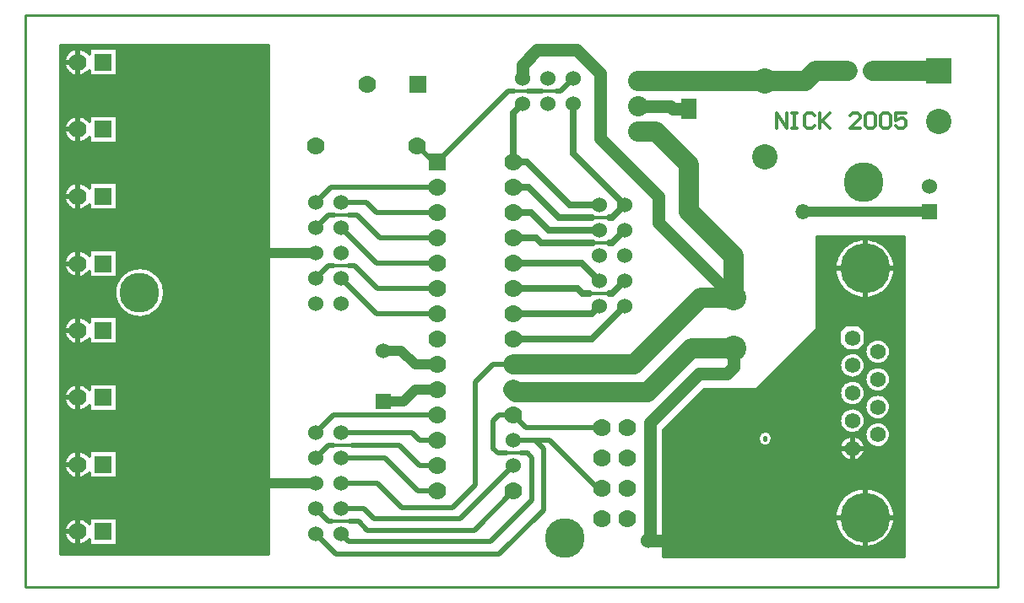
<source format=gbl>
%FSLAX23Y23*%
%MOIN*%
G70*
G01*
G75*
%ADD10C,0.012*%
%ADD11R,0.083X0.060*%
%ADD12R,0.120X0.060*%
%ADD13R,0.070X0.070*%
%ADD14O,0.080X0.024*%
%ADD15R,0.087X0.050*%
%ADD16C,0.020*%
%ADD17C,0.016*%
%ADD18C,0.018*%
%ADD19C,0.080*%
%ADD20C,0.050*%
%ADD21C,0.030*%
%ADD22C,0.040*%
%ADD23C,0.010*%
%ADD24C,0.070*%
%ADD25C,0.080*%
%ADD26C,0.100*%
%ADD27R,0.100X0.100*%
%ADD28C,0.157*%
%ADD29C,0.197*%
%ADD30C,0.062*%
%ADD31O,0.060X0.059*%
%ADD32C,0.059*%
%ADD33C,0.060*%
%ADD34R,0.060X0.060*%
%ADD35R,0.060X0.083*%
%ADD36C,0.025*%
%ADD37C,0.015*%
D10*
X11625Y7627D02*
X11624Y7637D01*
X11621Y7647D01*
X11616Y7655D01*
X11610Y7663D01*
X11602Y7669D01*
X11594Y7674D01*
X11584Y7677D01*
X11574Y7678D01*
X11564Y7677D01*
X11554Y7674D01*
X11546Y7669D01*
X11538Y7663D01*
X11532Y7655D01*
X11527Y7647D01*
X11524Y7637D01*
X11523Y7627D01*
X11524Y7617D01*
X11527Y7607D01*
X11532Y7599D01*
X11538Y7591D01*
X11546Y7585D01*
X11554Y7580D01*
X11564Y7577D01*
X11574Y7576D01*
X11584Y7577D01*
X11594Y7580D01*
X11602Y7585D01*
X11610Y7591D01*
X11616Y7599D01*
X11621Y7607D01*
X11624Y7617D01*
X11625Y7627D01*
Y7518D02*
X11624Y7528D01*
X11621Y7537D01*
X11616Y7546D01*
X11610Y7554D01*
X11602Y7560D01*
X11594Y7565D01*
X11584Y7568D01*
X11574Y7569D01*
X11564Y7568D01*
X11554Y7565D01*
X11546Y7560D01*
X11538Y7554D01*
X11532Y7546D01*
X11527Y7537D01*
X11524Y7528D01*
X11523Y7518D01*
X11524Y7508D01*
X11527Y7498D01*
X11532Y7490D01*
X11538Y7482D01*
X11546Y7475D01*
X11554Y7471D01*
X11564Y7468D01*
X11574Y7467D01*
X11584Y7468D01*
X11594Y7471D01*
X11602Y7475D01*
X11610Y7482D01*
X11616Y7490D01*
X11621Y7498D01*
X11624Y7508D01*
X11625Y7518D01*
Y7409D02*
X11624Y7419D01*
X11621Y7428D01*
X11616Y7437D01*
X11610Y7445D01*
X11602Y7451D01*
X11594Y7456D01*
X11584Y7459D01*
X11574Y7460D01*
X11564Y7459D01*
X11554Y7456D01*
X11546Y7451D01*
X11538Y7445D01*
X11532Y7437D01*
X11527Y7428D01*
X11524Y7419D01*
X11523Y7409D01*
X11524Y7399D01*
X11527Y7389D01*
X11532Y7380D01*
X11538Y7373D01*
X11546Y7366D01*
X11554Y7362D01*
X11564Y7359D01*
X11574Y7358D01*
X11584Y7359D01*
X11594Y7362D01*
X11602Y7366D01*
X11610Y7373D01*
X11616Y7380D01*
X11621Y7389D01*
X11624Y7399D01*
X11625Y7409D01*
Y7300D02*
X11624Y7309D01*
X11621Y7319D01*
X11616Y7328D01*
X11610Y7336D01*
X11602Y7342D01*
X11594Y7347D01*
X11584Y7350D01*
X11574Y7351D01*
X11564Y7350D01*
X11554Y7347D01*
X11546Y7342D01*
X11538Y7336D01*
X11532Y7328D01*
X11527Y7319D01*
X11524Y7309D01*
X11523Y7300D01*
X11524Y7290D01*
X11527Y7280D01*
X11532Y7271D01*
X11538Y7263D01*
X11546Y7257D01*
X11554Y7252D01*
X11564Y7249D01*
X11574Y7249D01*
X11584Y7249D01*
X11594Y7252D01*
X11602Y7257D01*
X11610Y7263D01*
X11616Y7271D01*
X11621Y7280D01*
X11624Y7290D01*
X11625Y7300D01*
X11642Y7956D02*
X11642Y7966D01*
X11641Y7976D01*
X11639Y7986D01*
X11636Y7996D01*
X11632Y8005D01*
X11627Y8014D01*
X11622Y8022D01*
X11616Y8031D01*
X11609Y8038D01*
X11602Y8045D01*
X11594Y8051D01*
X11586Y8057D01*
X11577Y8062D01*
X11568Y8066D01*
X11559Y8069D01*
X11549Y8072D01*
X11539Y8074D01*
X11529Y8074D01*
X11519D01*
X11509Y8074D01*
X11499Y8072D01*
X11489Y8069D01*
X11480Y8066D01*
X11471Y8062D01*
X11462Y8057D01*
X11454Y8051D01*
X11446Y8045D01*
X11439Y8038D01*
X11432Y8031D01*
X11426Y8022D01*
X11421Y8014D01*
X11416Y8005D01*
X11412Y7996D01*
X11409Y7986D01*
X11407Y7976D01*
X11406Y7966D01*
X11406Y7956D01*
X11406Y7946D01*
X11407Y7936D01*
X11409Y7926D01*
X11412Y7917D01*
X11416Y7907D01*
X11421Y7898D01*
X11426Y7890D01*
X11432Y7882D01*
X11439Y7874D01*
X11446Y7867D01*
X11454Y7861D01*
X11462Y7855D01*
X11471Y7851D01*
X11480Y7846D01*
X11489Y7843D01*
X11499Y7840D01*
X11509Y7839D01*
X11519Y7838D01*
X11529D01*
X11539Y7839D01*
X11549Y7840D01*
X11559Y7843D01*
X11568Y7846D01*
X11577Y7851D01*
X11586Y7855D01*
X11594Y7861D01*
X11602Y7867D01*
X11609Y7874D01*
X11616Y7882D01*
X11622Y7890D01*
X11627Y7898D01*
X11632Y7907D01*
X11636Y7917D01*
X11639Y7926D01*
X11641Y7936D01*
X11642Y7946D01*
X11642Y7956D01*
X11525Y7573D02*
X11524Y7583D01*
X11521Y7592D01*
X11516Y7601D01*
X11510Y7609D01*
X11502Y7615D01*
X11494Y7620D01*
X11484Y7623D01*
X11474Y7624D01*
X11464Y7623D01*
X11454Y7620D01*
X11446Y7615D01*
X11438Y7609D01*
X11432Y7601D01*
X11427Y7592D01*
X11424Y7583D01*
X11423Y7573D01*
X11424Y7563D01*
X11427Y7553D01*
X11432Y7545D01*
X11438Y7537D01*
X11446Y7530D01*
X11454Y7526D01*
X11464Y7523D01*
X11474Y7522D01*
X11484Y7523D01*
X11494Y7526D01*
X11502Y7530D01*
X11510Y7537D01*
X11516Y7545D01*
X11521Y7553D01*
X11524Y7563D01*
X11525Y7573D01*
Y7464D02*
X11524Y7474D01*
X11521Y7483D01*
X11516Y7492D01*
X11510Y7500D01*
X11502Y7506D01*
X11494Y7511D01*
X11484Y7514D01*
X11474Y7515D01*
X11464Y7514D01*
X11454Y7511D01*
X11446Y7506D01*
X11438Y7500D01*
X11432Y7492D01*
X11427Y7483D01*
X11424Y7474D01*
X11423Y7464D01*
X11424Y7454D01*
X11427Y7444D01*
X11432Y7435D01*
X11438Y7428D01*
X11446Y7421D01*
X11454Y7417D01*
X11464Y7414D01*
X11474Y7413D01*
X11484Y7414D01*
X11494Y7417D01*
X11502Y7421D01*
X11510Y7428D01*
X11516Y7435D01*
X11521Y7444D01*
X11524Y7454D01*
X11525Y7464D01*
Y7355D02*
X11524Y7364D01*
X11521Y7374D01*
X11516Y7383D01*
X11510Y7391D01*
X11502Y7397D01*
X11494Y7402D01*
X11484Y7405D01*
X11474Y7406D01*
X11464Y7405D01*
X11454Y7402D01*
X11446Y7397D01*
X11438Y7391D01*
X11432Y7383D01*
X11427Y7374D01*
X11424Y7364D01*
X11423Y7355D01*
X11424Y7345D01*
X11427Y7335D01*
X11432Y7326D01*
X11438Y7318D01*
X11446Y7312D01*
X11454Y7307D01*
X11464Y7304D01*
X11474Y7304D01*
X11484Y7304D01*
X11494Y7307D01*
X11502Y7312D01*
X11510Y7318D01*
X11516Y7326D01*
X11521Y7335D01*
X11524Y7345D01*
X11525Y7355D01*
X11158Y7286D02*
X11156Y7295D01*
X11151Y7304D01*
X11144Y7310D01*
X11135Y7313D01*
X11125D01*
X11116Y7310D01*
X11109Y7304D01*
X11104Y7295D01*
X11103Y7286D01*
X11525Y7245D02*
X11524Y7255D01*
X11521Y7265D01*
X11516Y7274D01*
X11510Y7281D01*
X11502Y7288D01*
X11494Y7292D01*
X11484Y7295D01*
X11474Y7296D01*
X11464Y7295D01*
X11454Y7292D01*
X11446Y7288D01*
X11438Y7281D01*
X11432Y7274D01*
X11427Y7265D01*
X11424Y7255D01*
X11423Y7245D01*
X11424Y7235D01*
X11427Y7226D01*
X11432Y7217D01*
X11438Y7209D01*
X11446Y7203D01*
X11454Y7198D01*
X11464Y7195D01*
X11474Y7194D01*
X11484Y7195D01*
X11494Y7198D01*
X11502Y7203D01*
X11510Y7209D01*
X11516Y7217D01*
X11521Y7226D01*
X11524Y7235D01*
X11525Y7245D01*
X11642Y6972D02*
X11642Y6982D01*
X11641Y6992D01*
X11639Y7002D01*
X11636Y7011D01*
X11632Y7021D01*
X11627Y7030D01*
X11622Y7038D01*
X11616Y7046D01*
X11609Y7054D01*
X11602Y7061D01*
X11594Y7067D01*
X11586Y7073D01*
X11577Y7078D01*
X11568Y7082D01*
X11559Y7085D01*
X11549Y7088D01*
X11539Y7089D01*
X11529Y7090D01*
X11519D01*
X11509Y7089D01*
X11499Y7088D01*
X11489Y7085D01*
X11480Y7082D01*
X11471Y7078D01*
X11462Y7073D01*
X11454Y7067D01*
X11446Y7061D01*
X11439Y7054D01*
X11432Y7046D01*
X11426Y7038D01*
X11421Y7030D01*
X11416Y7021D01*
X11412Y7011D01*
X11409Y7002D01*
X11407Y6992D01*
X11406Y6982D01*
X11406Y6972D01*
X11406Y6962D01*
X11407Y6952D01*
X11409Y6942D01*
X11412Y6933D01*
X11416Y6923D01*
X11421Y6914D01*
X11426Y6906D01*
X11432Y6898D01*
X11439Y6890D01*
X11446Y6883D01*
X11454Y6877D01*
X11462Y6871D01*
X11471Y6866D01*
X11480Y6862D01*
X11489Y6859D01*
X11499Y6856D01*
X11509Y6855D01*
X11519Y6854D01*
X11529D01*
X11539Y6855D01*
X11549Y6856D01*
X11559Y6859D01*
X11568Y6862D01*
X11577Y6866D01*
X11586Y6871D01*
X11594Y6877D01*
X11602Y6883D01*
X11609Y6890D01*
X11616Y6898D01*
X11622Y6906D01*
X11627Y6914D01*
X11632Y6923D01*
X11636Y6933D01*
X11639Y6942D01*
X11641Y6952D01*
X11642Y6962D01*
X11642Y6972D01*
X11103Y7281D02*
X11104Y7272D01*
X11109Y7263D01*
X11116Y7257D01*
X11125Y7254D01*
X11135D01*
X11144Y7257D01*
X11151Y7263D01*
X11156Y7272D01*
X11158Y7281D01*
X8461Y6948D02*
X8455Y6955D01*
X8447Y6961D01*
X8438Y6966D01*
X8429Y6969D01*
X8419Y6971D01*
X8409Y6971D01*
X8399Y6968D01*
X8390Y6965D01*
X8382Y6959D01*
X8375Y6952D01*
X8369Y6944D01*
X8365Y6935D01*
X8362Y6926D01*
X8361Y6916D01*
X8362Y6906D01*
X8365Y6897D01*
X8369Y6888D01*
X8375Y6880D01*
X8382Y6873D01*
X8390Y6867D01*
X8399Y6864D01*
X8409Y6861D01*
X8419Y6861D01*
X8429Y6863D01*
X8438Y6866D01*
X8447Y6871D01*
X8455Y6877D01*
X8461Y6884D01*
Y7213D02*
X8455Y7220D01*
X8447Y7226D01*
X8438Y7231D01*
X8429Y7234D01*
X8419Y7236D01*
X8409Y7236D01*
X8399Y7233D01*
X8390Y7230D01*
X8382Y7224D01*
X8375Y7217D01*
X8369Y7209D01*
X8365Y7200D01*
X8362Y7191D01*
X8361Y7181D01*
X8362Y7171D01*
X8365Y7162D01*
X8369Y7153D01*
X8375Y7145D01*
X8382Y7138D01*
X8390Y7132D01*
X8399Y7129D01*
X8409Y7126D01*
X8419Y7126D01*
X8429Y7128D01*
X8438Y7131D01*
X8447Y7136D01*
X8455Y7142D01*
X8461Y7149D01*
Y7478D02*
X8455Y7485D01*
X8447Y7491D01*
X8438Y7496D01*
X8429Y7499D01*
X8419Y7501D01*
X8409Y7501D01*
X8399Y7498D01*
X8390Y7495D01*
X8382Y7489D01*
X8375Y7482D01*
X8369Y7474D01*
X8365Y7465D01*
X8362Y7456D01*
X8361Y7446D01*
X8362Y7436D01*
X8365Y7427D01*
X8369Y7418D01*
X8375Y7410D01*
X8382Y7403D01*
X8390Y7397D01*
X8399Y7394D01*
X8409Y7391D01*
X8419Y7391D01*
X8429Y7393D01*
X8438Y7396D01*
X8447Y7401D01*
X8455Y7407D01*
X8461Y7414D01*
Y7743D02*
X8455Y7750D01*
X8447Y7756D01*
X8438Y7761D01*
X8429Y7764D01*
X8419Y7766D01*
X8409Y7766D01*
X8399Y7763D01*
X8390Y7760D01*
X8382Y7754D01*
X8375Y7747D01*
X8369Y7739D01*
X8365Y7730D01*
X8362Y7721D01*
X8361Y7711D01*
X8362Y7701D01*
X8365Y7692D01*
X8369Y7683D01*
X8375Y7675D01*
X8382Y7668D01*
X8390Y7662D01*
X8399Y7659D01*
X8409Y7656D01*
X8419Y7656D01*
X8429Y7658D01*
X8438Y7661D01*
X8447Y7666D01*
X8455Y7672D01*
X8461Y7679D01*
Y8007D02*
X8455Y8014D01*
X8447Y8020D01*
X8438Y8025D01*
X8429Y8028D01*
X8419Y8030D01*
X8409Y8030D01*
X8399Y8027D01*
X8390Y8024D01*
X8382Y8018D01*
X8375Y8011D01*
X8369Y8003D01*
X8365Y7994D01*
X8362Y7985D01*
X8361Y7975D01*
X8362Y7965D01*
X8365Y7956D01*
X8369Y7947D01*
X8375Y7939D01*
X8382Y7932D01*
X8390Y7926D01*
X8399Y7923D01*
X8409Y7920D01*
X8419Y7920D01*
X8429Y7922D01*
X8438Y7925D01*
X8447Y7930D01*
X8455Y7936D01*
X8461Y7943D01*
Y8273D02*
X8455Y8280D01*
X8447Y8286D01*
X8438Y8291D01*
X8429Y8294D01*
X8419Y8296D01*
X8409Y8296D01*
X8399Y8293D01*
X8390Y8290D01*
X8382Y8284D01*
X8375Y8277D01*
X8369Y8269D01*
X8365Y8260D01*
X8362Y8251D01*
X8361Y8241D01*
X8362Y8231D01*
X8365Y8222D01*
X8369Y8213D01*
X8375Y8205D01*
X8382Y8198D01*
X8390Y8192D01*
X8399Y8189D01*
X8409Y8186D01*
X8419Y8186D01*
X8429Y8188D01*
X8438Y8191D01*
X8447Y8196D01*
X8455Y8202D01*
X8461Y8209D01*
Y8538D02*
X8455Y8545D01*
X8447Y8551D01*
X8438Y8556D01*
X8429Y8559D01*
X8419Y8561D01*
X8409Y8561D01*
X8399Y8558D01*
X8390Y8555D01*
X8382Y8549D01*
X8375Y8542D01*
X8369Y8534D01*
X8365Y8525D01*
X8362Y8516D01*
X8361Y8506D01*
X8362Y8496D01*
X8365Y8487D01*
X8369Y8478D01*
X8375Y8470D01*
X8382Y8463D01*
X8390Y8457D01*
X8399Y8454D01*
X8409Y8451D01*
X8419Y8451D01*
X8429Y8453D01*
X8438Y8456D01*
X8447Y8461D01*
X8455Y8467D01*
X8461Y8474D01*
Y8803D02*
X8455Y8810D01*
X8447Y8816D01*
X8438Y8821D01*
X8429Y8824D01*
X8419Y8826D01*
X8409Y8826D01*
X8399Y8823D01*
X8390Y8820D01*
X8382Y8814D01*
X8375Y8807D01*
X8369Y8799D01*
X8365Y8790D01*
X8362Y8781D01*
X8361Y8771D01*
X8362Y8761D01*
X8365Y8752D01*
X8369Y8743D01*
X8375Y8735D01*
X8382Y8728D01*
X8390Y8722D01*
X8399Y8719D01*
X8409Y8716D01*
X8419Y8716D01*
X8429Y8718D01*
X8438Y8721D01*
X8447Y8726D01*
X8455Y8732D01*
X8461Y8739D01*
X8759Y7861D02*
X8758Y7871D01*
X8757Y7881D01*
X8754Y7891D01*
X8751Y7900D01*
X8746Y7909D01*
X8741Y7917D01*
X8735Y7925D01*
X8728Y7933D01*
X8720Y7939D01*
X8712Y7945D01*
X8703Y7950D01*
X8694Y7954D01*
X8685Y7957D01*
X8675Y7959D01*
X8665Y7960D01*
X8655D01*
X8645Y7959D01*
X8635Y7957D01*
X8626Y7954D01*
X8617Y7950D01*
X8608Y7945D01*
X8600Y7939D01*
X8592Y7933D01*
X8585Y7925D01*
X8579Y7917D01*
X8574Y7909D01*
X8569Y7900D01*
X8566Y7891D01*
X8563Y7881D01*
X8562Y7871D01*
X8561Y7861D01*
X8562Y7851D01*
X8563Y7841D01*
X8566Y7831D01*
X8569Y7822D01*
X8574Y7813D01*
X8579Y7805D01*
X8585Y7797D01*
X8592Y7789D01*
X8600Y7783D01*
X8608Y7777D01*
X8617Y7772D01*
X8626Y7768D01*
X8635Y7765D01*
X8645Y7763D01*
X8655Y7762D01*
X8665D01*
X8675Y7763D01*
X8685Y7765D01*
X8694Y7768D01*
X8703Y7772D01*
X8712Y7777D01*
X8720Y7783D01*
X8728Y7789D01*
X8735Y7797D01*
X8741Y7805D01*
X8746Y7813D01*
X8751Y7822D01*
X8754Y7831D01*
X8757Y7841D01*
X8758Y7851D01*
X8759Y7861D01*
X11626Y8016D02*
X11680D01*
X11631Y8006D02*
X11680D01*
X11620Y8026D02*
X11680D01*
X11639Y7986D02*
X11680D01*
X11635Y7996D02*
X11680D01*
X11641Y7974D02*
Y8081D01*
X11631Y8007D02*
Y8081D01*
X11641Y7976D02*
X11680D01*
X11621Y8024D02*
Y8081D01*
X11642Y7966D02*
X11680D01*
X11642Y7956D02*
X11680D01*
X11642Y7946D02*
X11680D01*
X11641Y7936D02*
X11680D01*
X11638Y7926D02*
X11680D01*
X11635Y7916D02*
X11680D01*
X11631Y7906D02*
X11680D01*
X11626Y7896D02*
X11680D01*
X11621Y7647D02*
Y7888D01*
X11588Y8056D02*
X11680D01*
X11601Y8046D02*
X11680D01*
X11568Y8066D02*
X11680D01*
X11619Y7886D02*
X11680D01*
X11611Y8036D02*
X11680D01*
X11611Y8036D02*
Y8081D01*
X11601Y8046D02*
Y8081D01*
X11591Y8054D02*
Y8081D01*
X11611Y7876D02*
X11680D01*
X11601Y7866D02*
X11680D01*
X11587Y7856D02*
X11680D01*
X11567Y7846D02*
X11680D01*
X11611Y7662D02*
Y7876D01*
X11601Y7670D02*
Y7866D01*
X11591Y7675D02*
Y7859D01*
X11507Y7726D02*
X11680D01*
X11616Y7656D02*
X11680D01*
X11621Y7646D02*
X11680D01*
X11607Y7666D02*
X11680D01*
X11624Y7636D02*
X11680D01*
X11625Y7626D02*
X11680D01*
X11624Y7616D02*
X11680D01*
X11620Y7606D02*
X11680D01*
X11615Y7596D02*
X11680D01*
X11608Y7556D02*
X11680D01*
X11622Y7536D02*
X11680D01*
X11624Y7526D02*
X11680D01*
X11617Y7546D02*
X11680D01*
X11625Y7516D02*
X11680D01*
X11624Y7506D02*
X11680D01*
X11621Y7538D02*
Y7607D01*
X11611Y7553D02*
Y7592D01*
X11620Y7496D02*
X11680D01*
X11614Y7486D02*
X11680D01*
X11525Y7706D02*
X11680D01*
X11525Y7696D02*
X11680D01*
X11517Y7716D02*
X11680D01*
X11588Y7676D02*
X11680D01*
X11525Y7686D02*
X11680D01*
X11604Y7586D02*
X11680D01*
X11591Y7566D02*
Y7579D01*
X11574Y7576D02*
X11680D01*
X11603Y7476D02*
X11680D01*
X11591Y7566D02*
X11680D01*
X11593Y7456D02*
X11680D01*
X11525Y7466D02*
X11680D01*
X11601Y7561D02*
Y7584D01*
Y7452D02*
Y7475D01*
X11591Y7457D02*
Y7470D01*
X11571Y8065D02*
Y8081D01*
X11581Y8060D02*
Y8081D01*
X11561Y8069D02*
Y8081D01*
X11581Y7678D02*
Y7852D01*
X11551Y8071D02*
Y8081D01*
X11541Y8073D02*
Y8081D01*
X11531Y8074D02*
Y8081D01*
X11521Y8074D02*
Y8081D01*
X11571Y7678D02*
Y7848D01*
X11561Y7676D02*
Y7844D01*
X11551Y7673D02*
Y7841D01*
X11541Y7666D02*
Y7839D01*
X11525Y7676D02*
X11560D01*
X11531Y7654D02*
Y7838D01*
X11525Y7657D02*
Y7708D01*
Y7666D02*
X11541D01*
X11525Y7656D02*
X11532D01*
X11511Y8074D02*
Y8081D01*
X11501Y8072D02*
Y8081D01*
X11491Y8070D02*
Y8081D01*
X11501Y7732D02*
Y7840D01*
X11481Y8066D02*
Y8081D01*
X11471Y7733D02*
Y7850D01*
X11491Y7733D02*
Y7843D01*
X11481Y7733D02*
Y7846D01*
X11500Y7733D02*
X11525Y7708D01*
X11500Y7631D02*
X11525Y7657D01*
X11515Y7646D02*
X11527D01*
X11505Y7636D02*
X11524D01*
X11521Y7712D02*
Y7838D01*
X11511Y7722D02*
Y7839D01*
X11521Y7593D02*
Y7653D01*
X11511Y7608D02*
Y7643D01*
X11571Y7569D02*
Y7576D01*
X11581Y7568D02*
Y7576D01*
X11525Y7576D02*
X11574D01*
X11561Y7567D02*
Y7578D01*
X11525Y7566D02*
X11557D01*
X11541Y7557D02*
Y7588D01*
X11523Y7586D02*
X11544D01*
X11551Y7563D02*
Y7581D01*
X11522Y7556D02*
X11540D01*
X11581Y7459D02*
Y7467D01*
X11561Y7458D02*
Y7469D01*
X11571Y7460D02*
Y7467D01*
X11524Y7456D02*
X11555D01*
X11531Y7545D02*
Y7600D01*
X11521Y7483D02*
Y7553D01*
X11551Y7454D02*
Y7472D01*
X11523Y7476D02*
X11545D01*
X11513Y7606D02*
X11528D01*
X11519Y7596D02*
X11534D01*
X11501Y7616D02*
X11524D01*
X11517Y7546D02*
X11531D01*
X11509Y7536D02*
X11526D01*
X11501Y7616D02*
Y7633D01*
X11491Y7621D02*
Y7631D01*
X11481Y7623D02*
Y7631D01*
X11471Y7624D02*
Y7631D01*
X11502Y7506D02*
X11524D01*
X11494Y7526D02*
X11524D01*
X11520Y7486D02*
X11534D01*
X11513Y7496D02*
X11528D01*
X11511Y7499D02*
Y7538D01*
X11501Y7507D02*
Y7530D01*
X11491Y7512D02*
Y7525D01*
X11481Y7514D02*
Y7522D01*
X11624Y7416D02*
X11680D01*
X11625Y7406D02*
X11680D01*
X11622Y7426D02*
X11680D01*
X11623Y7396D02*
X11680D01*
X11620Y7386D02*
X11680D01*
X11621Y7428D02*
Y7498D01*
Y7319D02*
Y7389D01*
X11625Y7306D02*
X11680D01*
X11622Y7316D02*
X11680D01*
Y6816D02*
Y8081D01*
X11671Y6816D02*
Y8081D01*
X11661Y6816D02*
Y8081D01*
X11625Y7296D02*
X11680D01*
X11623Y7286D02*
X11680D01*
X11651Y6816D02*
Y8081D01*
X11641Y6990D02*
Y7938D01*
X11631Y7023D02*
Y7906D01*
X11621Y7040D02*
Y7280D01*
X11617Y7436D02*
X11680D01*
X11613Y7376D02*
X11680D01*
X11609Y7446D02*
X11680D01*
X11602Y7366D02*
X11680D01*
X11525Y7356D02*
X11680D01*
X11611Y7444D02*
Y7483D01*
Y7335D02*
Y7374D01*
X11595Y7346D02*
X11680D01*
X11618Y7326D02*
X11680D01*
X11610Y7336D02*
X11680D01*
X11619Y7276D02*
X11680D01*
X11612Y7266D02*
X11680D01*
X11611Y7052D02*
Y7264D01*
X11601Y7256D02*
X11680D01*
X11525Y7246D02*
X11680D01*
X11629Y7026D02*
X11680D01*
X11634Y7016D02*
X11680D01*
X11624Y7036D02*
X11680D01*
X11640Y6996D02*
X11680D01*
X11637Y7006D02*
X11680D01*
X11642Y6976D02*
X11680D01*
X11642Y6986D02*
X11680D01*
X11642Y6966D02*
X11680D01*
X11641Y6956D02*
X11680D01*
X11639Y6946D02*
X11680D01*
X11637Y6936D02*
X11680D01*
X11633Y6926D02*
X11680D01*
X11628Y6916D02*
X11680D01*
X11641Y6816D02*
Y6954D01*
X11631Y6816D02*
Y6921D01*
X11622Y6906D02*
X11680D01*
X11621Y6816D02*
Y6904D01*
X11524Y7236D02*
X11680D01*
X11521Y7226D02*
X11680D01*
X11516Y7216D02*
X11680D01*
X11506Y7206D02*
X11680D01*
X11487Y7196D02*
X11680D01*
X11580Y7076D02*
X11680D01*
X11556Y7086D02*
X11680D01*
X11607Y7056D02*
X11680D01*
X11596Y7066D02*
X11680D01*
X11616Y7046D02*
X11680D01*
X11615Y6896D02*
X11680D01*
X11605Y6886D02*
X11680D01*
X11593Y6876D02*
X11680D01*
X11611Y6816D02*
Y6892D01*
X11577Y6866D02*
X11680D01*
X11547Y6856D02*
X11680D01*
X11541Y7448D02*
Y7479D01*
X11524Y7366D02*
X11546D01*
X11522Y7446D02*
X11539D01*
X11581Y7350D02*
Y7358D01*
X11571Y7350D02*
Y7358D01*
X11531Y7436D02*
Y7490D01*
X11521Y7374D02*
Y7444D01*
X11520Y7376D02*
X11535D01*
X11517Y7436D02*
X11531D01*
X11591Y7348D02*
Y7361D01*
X11601Y7343D02*
Y7365D01*
X11551Y7345D02*
Y7363D01*
X11561Y7349D02*
Y7359D01*
X11524Y7346D02*
X11553D01*
X11541Y7338D02*
Y7370D01*
X11531Y7327D02*
Y7381D01*
X11522Y7336D02*
X11538D01*
X11521Y7265D02*
Y7335D01*
X11508Y7426D02*
X11526D01*
X11504Y7396D02*
X11525D01*
X11492Y7416D02*
X11524D01*
X11514Y7386D02*
X11528D01*
X11516Y7326D02*
X11530D01*
X11511Y7390D02*
Y7429D01*
X11501Y7398D02*
Y7420D01*
X11491Y7403D02*
Y7416D01*
X11481Y7405D02*
Y7413D01*
X11511Y7280D02*
Y7319D01*
X11507Y7316D02*
X11526D01*
X11490Y7306D02*
X11523D01*
X11480Y7296D02*
X11523D01*
X11501Y7289D02*
Y7311D01*
X11491Y7293D02*
Y7306D01*
X11481Y7296D02*
Y7304D01*
X11591Y7070D02*
Y7251D01*
X11601Y7062D02*
Y7256D01*
X11581Y7076D02*
Y7249D01*
X11571Y7081D02*
Y7249D01*
X11561Y7084D02*
Y7250D01*
X11541Y7089D02*
Y7261D01*
X11531Y7090D02*
Y7272D01*
X11551Y7087D02*
Y7254D01*
X11524Y7256D02*
X11547D01*
X11601Y6816D02*
Y6882D01*
X11591Y6816D02*
Y6874D01*
X11581Y6816D02*
Y6868D01*
X11571Y6816D02*
Y6863D01*
X11561Y6816D02*
Y6860D01*
X11551Y6816D02*
Y6857D01*
X11541Y6816D02*
Y6855D01*
X11531Y6816D02*
Y6854D01*
X11515Y7276D02*
X11529D01*
X11521Y7266D02*
X11536D01*
X11505Y7286D02*
X11525D01*
X11521Y7090D02*
Y7226D01*
X11511Y7090D02*
Y7210D01*
X11501Y7088D02*
Y7202D01*
X11491Y7086D02*
Y7197D01*
X11521Y6816D02*
Y6854D01*
X11511Y6816D02*
Y6854D01*
X11481Y7082D02*
Y7195D01*
Y6816D02*
Y6862D01*
X11501Y6816D02*
Y6856D01*
X11491Y6816D02*
Y6858D01*
X11471Y8062D02*
Y8081D01*
X11461Y8056D02*
Y8081D01*
X11335D02*
X11680D01*
X11335Y8076D02*
X11680D01*
X11335Y8066D02*
X11480D01*
X11451Y8049D02*
Y8081D01*
X11441Y8041D02*
Y8081D01*
X11335Y8056D02*
X11460D01*
X11335Y8046D02*
X11447D01*
X11451Y7733D02*
Y7863D01*
X11461Y7733D02*
Y7856D01*
X11449Y7733D02*
X11500D01*
X11441Y7726D02*
Y7872D01*
X11423Y7708D02*
X11449Y7733D01*
X11441Y7612D02*
Y7639D01*
X11423Y7657D02*
X11449Y7631D01*
X11335Y7846D02*
X11481D01*
X11335Y7836D02*
X11680D01*
X11335Y7826D02*
X11680D01*
X11335Y7816D02*
X11680D01*
X11335Y7806D02*
X11680D01*
X11335Y8036D02*
X11437D01*
X11335Y7876D02*
X11437D01*
X11335Y7866D02*
X11447D01*
X11335Y7856D02*
X11461D01*
X11335Y7796D02*
X11680D01*
X11335Y7786D02*
X11680D01*
X11335Y7776D02*
X11680D01*
X11335Y7766D02*
X11680D01*
X11335Y7756D02*
X11680D01*
X11335Y7746D02*
X11680D01*
X11335Y7736D02*
X11680D01*
X11335Y7726D02*
X11442D01*
X11449Y7631D02*
X11500D01*
X11461Y7622D02*
Y7631D01*
X11471Y7515D02*
Y7522D01*
X11451Y7618D02*
Y7631D01*
X11441Y7503D02*
Y7534D01*
X11461Y7513D02*
Y7524D01*
X11451Y7509D02*
Y7527D01*
X11471Y7405D02*
Y7413D01*
X11461Y7404D02*
Y7414D01*
X11471Y7296D02*
Y7304D01*
X11461Y7295D02*
Y7305D01*
X11451Y7400D02*
Y7418D01*
X11441Y7393D02*
Y7425D01*
X11451Y7291D02*
Y7309D01*
X11441Y7284D02*
Y7316D01*
X11245Y7626D02*
X11523D01*
X11235Y7616D02*
X11447D01*
X11145Y7526D02*
X11454D01*
X11135Y7516D02*
X11523D01*
X11125Y7506D02*
X11446D01*
X11255Y7636D02*
X11444D01*
X11225Y7606D02*
X11435D01*
X11155Y7536D02*
X11439D01*
X10840Y7426D02*
X11440D01*
X10820Y7406D02*
X11523D01*
X11156Y7296D02*
X11468D01*
X11149Y7306D02*
X11458D01*
X10830Y7416D02*
X11456D01*
X10810Y7396D02*
X11444D01*
X11158Y7286D02*
X11443D01*
X10730Y7316D02*
X11441D01*
X11431Y8029D02*
Y8081D01*
X11421Y8014D02*
Y8081D01*
X11335Y8026D02*
X11428D01*
X11335Y8016D02*
X11422D01*
X11335Y8006D02*
X11417D01*
X11411Y7991D02*
Y8081D01*
X11335Y7996D02*
X11413D01*
X11335Y7986D02*
X11409D01*
X11335Y7976D02*
X11407D01*
X11335Y7936D02*
X11407D01*
X11431Y7716D02*
Y7883D01*
X11335Y7926D02*
X11410D01*
X11431Y7600D02*
Y7649D01*
X11423Y7657D02*
Y7708D01*
X11335Y7716D02*
Y8081D01*
Y7966D02*
X11406D01*
X11335Y7956D02*
X11406D01*
X11335Y7946D02*
X11406D01*
X11335Y7886D02*
X11429D01*
X11335Y7716D02*
X11432D01*
X11325Y7706D02*
X11423D01*
X11315Y7696D02*
X11423D01*
X11305Y7686D02*
X11423D01*
X11335Y7916D02*
X11413D01*
X11335Y7906D02*
X11417D01*
X11335Y7896D02*
X11422D01*
X11295Y7676D02*
X11423D01*
X11285Y7666D02*
X11423D01*
X11275Y7656D02*
X11424D01*
X11265Y7646D02*
X11434D01*
X11215Y7596D02*
X11429D01*
X11205Y7586D02*
X11425D01*
X11095Y7476D02*
X11335Y7716D01*
X11195Y7576D02*
X11423D01*
X11185Y7566D02*
X11423D01*
X11175Y7556D02*
X11426D01*
X11431Y7491D02*
Y7545D01*
X11165Y7546D02*
X11431D01*
X11431Y7382D02*
Y7436D01*
X11115Y7496D02*
X11435D01*
X11131Y7313D02*
Y7512D01*
X11105Y7486D02*
X11428D01*
X11095Y7476D02*
X11425D01*
X11040D02*
X11095D01*
X11151Y7304D02*
Y7532D01*
X11158Y7281D02*
Y7286D01*
X11157Y7276D02*
X11433D01*
X11141Y7311D02*
Y7522D01*
X11121Y7312D02*
Y7502D01*
X11111Y7306D02*
Y7492D01*
X11103Y7281D02*
Y7286D01*
X10880Y7466D02*
X11423D01*
X10860Y7446D02*
X11426D01*
X10850Y7436D02*
X11431D01*
X10800Y7386D02*
X11434D01*
X10790Y7376D02*
X11428D01*
X10890Y7476D02*
X11095D01*
X10890D02*
X11040D01*
X10870Y7456D02*
X11424D01*
X10780Y7366D02*
X11424D01*
X10770Y7356D02*
X11423D01*
X10760Y7346D02*
X11424D01*
X10750Y7336D02*
X11426D01*
X10740Y7326D02*
X11432D01*
X10730Y7316D02*
X10890Y7476D01*
X10730Y7306D02*
X11111D01*
X10730Y7296D02*
X11104D01*
X10730Y7286D02*
X11103D01*
X11451Y7065D02*
Y7200D01*
X11471Y7078D02*
Y7194D01*
X11461Y7072D02*
Y7196D01*
X11431Y7273D02*
Y7327D01*
X11153Y7266D02*
X11427D01*
X11141Y7256D02*
X11424D01*
X10730Y7246D02*
X11423D01*
X11431Y7045D02*
Y7218D01*
X11421Y7030D02*
Y7898D01*
X11411Y7007D02*
Y7921D01*
X11441Y7056D02*
Y7206D01*
X11401Y6816D02*
Y8081D01*
X11391Y6816D02*
Y8081D01*
X11381Y6816D02*
Y8081D01*
X11371Y6816D02*
Y8081D01*
X10730Y7196D02*
X11461D01*
X10730Y7186D02*
X11680D01*
X10730Y7176D02*
X11680D01*
X10730Y7166D02*
X11680D01*
X10730Y7156D02*
X11680D01*
X10730Y7236D02*
X11424D01*
X10730Y7226D02*
X11427D01*
X10730Y7216D02*
X11432D01*
X10730Y7206D02*
X11442D01*
X10730Y7146D02*
X11680D01*
X10730Y7136D02*
X11680D01*
X10730Y7126D02*
X11680D01*
X10730Y7116D02*
X11680D01*
X10730Y7106D02*
X11680D01*
X10730Y7096D02*
X11680D01*
X10730Y7086D02*
X11492D01*
X10730Y7076D02*
X11468D01*
X10730Y7066D02*
X11452D01*
X10730Y7056D02*
X11441D01*
X10730Y7046D02*
X11432D01*
X10730Y7036D02*
X11424D01*
X10730Y7026D02*
X11419D01*
X10730Y7016D02*
X11414D01*
X10730Y7006D02*
X11411D01*
X10730Y6996D02*
X11408D01*
X10730Y6986D02*
X11407D01*
X11451Y6816D02*
Y6879D01*
X11471Y6816D02*
Y6866D01*
X11461Y6816D02*
Y6872D01*
X11421Y6816D02*
Y6914D01*
X11411Y6816D02*
Y6937D01*
X11441Y6816D02*
Y6888D01*
X11431Y6816D02*
Y6899D01*
X10730Y6936D02*
X11411D01*
X10730Y6926D02*
X11415D01*
X10730Y6916D02*
X11420D01*
X10730Y6906D02*
X11426D01*
X10730Y6896D02*
X11433D01*
X10730Y6976D02*
X11406D01*
X10730Y6966D02*
X11406D01*
X10730Y6956D02*
X11407D01*
X10730Y6946D02*
X11409D01*
X10730Y6846D02*
X11680D01*
X10730Y6836D02*
X11680D01*
X10730Y6826D02*
X11680D01*
X10730Y6816D02*
X11680D01*
X10730Y6886D02*
X11443D01*
X10730Y6876D02*
X11455D01*
X10730Y6866D02*
X11471D01*
X10730Y6856D02*
X11501D01*
X11361Y6816D02*
Y8081D01*
X11351Y6816D02*
Y8081D01*
X11341Y6816D02*
Y8081D01*
X11331Y6816D02*
Y7712D01*
X11321Y6816D02*
Y7702D01*
X11311Y6816D02*
Y7692D01*
X11301Y6816D02*
Y7682D01*
X11291Y6816D02*
Y7672D01*
X11281Y6816D02*
Y7662D01*
X11271Y6816D02*
Y7652D01*
X11261Y6816D02*
Y7642D01*
X11251Y6816D02*
Y7632D01*
X11241Y6816D02*
Y7622D01*
X11231Y6816D02*
Y7612D01*
X11221Y6816D02*
Y7602D01*
X11211Y6816D02*
Y7592D01*
X11201Y6816D02*
Y7582D01*
X11191Y6816D02*
Y7572D01*
X11181Y6816D02*
Y7562D01*
X11171Y6816D02*
Y7552D01*
X11161Y6816D02*
Y7542D01*
X11101Y6816D02*
Y7482D01*
X11091Y6816D02*
Y7476D01*
X11081Y6816D02*
Y7476D01*
X11071Y6816D02*
Y7476D01*
X11061Y6816D02*
Y7476D01*
X11051Y6816D02*
Y7476D01*
X11041Y6816D02*
Y7476D01*
X11031Y6816D02*
Y7476D01*
X11021Y6816D02*
Y7476D01*
X11011Y6816D02*
Y7476D01*
X11001Y6816D02*
Y7476D01*
X10991Y6816D02*
Y7476D01*
X10981Y6816D02*
Y7476D01*
X10971Y6816D02*
Y7476D01*
X11151Y6816D02*
Y7263D01*
X11141Y6816D02*
Y7256D01*
X11131Y6816D02*
Y7254D01*
X11121Y6816D02*
Y7255D01*
X10961Y6816D02*
Y7476D01*
X10951Y6816D02*
Y7476D01*
X11111Y6816D02*
Y7261D01*
X10941Y6816D02*
Y7476D01*
X10931Y6816D02*
Y7476D01*
X10921Y6816D02*
Y7476D01*
X10911Y6816D02*
Y7476D01*
X10901Y6816D02*
Y7476D01*
X10891Y6816D02*
Y7476D01*
X10881Y6816D02*
Y7467D01*
X10871Y6816D02*
Y7457D01*
X10861Y6816D02*
Y7447D01*
X10851Y6816D02*
Y7437D01*
X10841Y6816D02*
Y7427D01*
X10730Y7276D02*
X11103D01*
X10730Y7266D02*
X11107D01*
X10730Y7256D02*
X11119D01*
X10831Y6816D02*
Y7417D01*
X10821Y6816D02*
Y7407D01*
X10811Y6816D02*
Y7397D01*
X10801Y6816D02*
Y7387D01*
X10791Y6816D02*
Y7377D01*
X10781Y6816D02*
Y7367D01*
X10771Y6816D02*
Y7357D01*
X10761Y6816D02*
Y7347D01*
X10751Y6816D02*
Y7337D01*
X10741Y6816D02*
Y7327D01*
X10731Y6816D02*
Y7317D01*
X10730Y6816D02*
Y7316D01*
X10140Y8656D02*
X10191D01*
X10250D02*
X10305D01*
X10445Y7856D02*
X10527D01*
X10450Y8056D02*
X10527D01*
X10445Y8156D02*
X10527D01*
X10110Y7226D02*
X10165D01*
X9420Y6956D02*
X9490D01*
X9425Y7256D02*
X9500D01*
X9425Y7966D02*
X9477D01*
X9430Y8166D02*
X9485D01*
X8350Y6896D02*
X8365D01*
X8350Y6906D02*
X8362D01*
X8350Y6916D02*
X8361D01*
X8350Y6926D02*
X8362D01*
X8350Y6936D02*
X8365D01*
X8350Y6866D02*
X8393D01*
X8350Y6876D02*
X8378D01*
X8350Y6886D02*
X8370D01*
X8350Y6946D02*
X8370D01*
X8350Y6956D02*
X8378D01*
X8350Y6966D02*
X8393D01*
X8350Y7156D02*
X8367D01*
X8350Y7166D02*
X8363D01*
X8350Y7176D02*
X8361D01*
X8350Y7186D02*
X8361D01*
X8350Y7196D02*
X8363D01*
X8350Y7126D02*
X8416D01*
X8350Y7136D02*
X8384D01*
X8350Y7146D02*
X8374D01*
X8350Y7206D02*
X8367D01*
X8350Y7216D02*
X8374D01*
X8350Y7226D02*
X8384D01*
X8381Y6826D02*
Y6874D01*
X8391Y6826D02*
Y6867D01*
X8361Y6826D02*
Y6916D01*
X8371Y6826D02*
Y6884D01*
X8361Y6916D02*
Y7181D01*
X8401Y6826D02*
Y6863D01*
X8411Y6826D02*
Y6861D01*
X8421Y6826D02*
Y6861D01*
X8391Y6965D02*
Y7132D01*
X8401Y6969D02*
Y7128D01*
X8411Y6971D02*
Y7126D01*
X8371Y6948D02*
Y7149D01*
X8381Y6958D02*
Y7139D01*
X8411Y7236D02*
Y7391D01*
X8421Y6971D02*
Y7126D01*
X8350Y7236D02*
X8416D01*
X8421Y7236D02*
Y7391D01*
X8350Y7426D02*
X8365D01*
X8350Y7436D02*
X8362D01*
X8350Y7446D02*
X8361D01*
X8350Y7456D02*
X8362D01*
X8350Y7466D02*
X8365D01*
X8350Y7396D02*
X8393D01*
X8350Y7406D02*
X8378D01*
X8350Y7416D02*
X8370D01*
X8350Y7476D02*
X8370D01*
X8350Y7486D02*
X8378D01*
X8350Y7496D02*
X8393D01*
X8350Y7686D02*
X8367D01*
X8350Y7696D02*
X8363D01*
X8350Y7706D02*
X8361D01*
X8350Y7716D02*
X8361D01*
X8350Y7726D02*
X8363D01*
X8350Y7736D02*
X8367D01*
X8350Y7656D02*
X8416D01*
X8350Y7666D02*
X8384D01*
X8350Y7676D02*
X8374D01*
X8350Y7746D02*
X8374D01*
X8350Y7756D02*
X8384D01*
X8350Y7766D02*
X8416D01*
X8361Y7181D02*
Y7446D01*
X8371Y7213D02*
Y7414D01*
X8350Y6826D02*
Y8836D01*
X8351Y6826D02*
Y8836D01*
X8361Y7446D02*
Y7711D01*
X8381Y7223D02*
Y7404D01*
X8391Y7230D02*
Y7397D01*
X8401Y7234D02*
Y7393D01*
X8371Y7478D02*
Y7679D01*
X8381Y7488D02*
Y7669D01*
X8391Y7495D02*
Y7662D01*
X8361Y7711D02*
Y7975D01*
X8371Y7743D02*
Y7943D01*
X8381Y7753D02*
Y7933D01*
X8401Y7499D02*
Y7658D01*
X8411Y7501D02*
Y7656D01*
X8421Y7501D02*
Y7656D01*
X8391Y7760D02*
Y7926D01*
X8401Y7764D02*
Y7922D01*
X8411Y7766D02*
Y7920D01*
X8350Y6826D02*
X9170D01*
X8350Y6836D02*
X9170D01*
X8350Y6846D02*
X9170D01*
X8350Y6856D02*
X9170D01*
X8350Y6976D02*
X9170D01*
X8350Y6986D02*
X9170D01*
X8350Y6996D02*
X9170D01*
X8350Y7006D02*
X9170D01*
X8350Y7016D02*
X9170D01*
X8350Y7026D02*
X9170D01*
X8350Y7036D02*
X9170D01*
X8350Y7046D02*
X9170D01*
X8350Y7056D02*
X9170D01*
X8350Y7066D02*
X9170D01*
X8350Y7076D02*
X9170D01*
X8350Y7086D02*
X9170D01*
X8350Y7096D02*
X9170D01*
X8350Y7106D02*
X9170D01*
X8350Y7116D02*
X9170D01*
X8350Y7246D02*
X9170D01*
X8350Y7256D02*
X9170D01*
X8350Y7266D02*
X9170D01*
X8431Y6826D02*
Y6863D01*
X8441Y6826D02*
Y6867D01*
X8431Y6969D02*
Y7128D01*
X8451Y6826D02*
Y6874D01*
X8441Y6965D02*
Y7132D01*
X8439Y6866D02*
X8461D01*
X8454Y6876D02*
X8461D01*
X8454Y6956D02*
X8461D01*
X8451Y6958D02*
Y7139D01*
X8439Y6966D02*
X8461D01*
X8416Y7126D02*
X8461D01*
X8448Y7136D02*
X8461D01*
X8448Y7226D02*
X8461D01*
X8350Y7276D02*
X9170D01*
X8416Y7236D02*
X8461D01*
X8350Y7286D02*
X9170D01*
X8350Y7296D02*
X9170D01*
X8350Y7306D02*
X9170D01*
X8350Y7316D02*
X9170D01*
X8350Y7326D02*
X9170D01*
X8350Y7336D02*
X9170D01*
X8350Y7346D02*
X9170D01*
X8350Y7356D02*
X9170D01*
X8350Y7366D02*
X9170D01*
X8350Y7376D02*
X9170D01*
X8350Y7386D02*
X9170D01*
X8350Y7506D02*
X9170D01*
X8350Y7516D02*
X9170D01*
X8350Y7526D02*
X9170D01*
X8350Y7536D02*
X9170D01*
X8350Y7546D02*
X9170D01*
X8350Y7556D02*
X9170D01*
X8350Y7566D02*
X9170D01*
X8350Y7576D02*
X9170D01*
X8350Y7586D02*
X9170D01*
X8350Y7776D02*
X8610D01*
X8350Y7786D02*
X8596D01*
X8350Y7796D02*
X8586D01*
X8350Y7596D02*
X9170D01*
X8350Y7606D02*
X9170D01*
X8350Y7616D02*
X9170D01*
X8350Y7626D02*
X9170D01*
X8350Y7636D02*
X9170D01*
X8350Y7646D02*
X9170D01*
X8431Y7234D02*
Y7393D01*
X8441Y7230D02*
Y7397D01*
X8431Y7499D02*
Y7658D01*
X8451Y7223D02*
Y7404D01*
X8441Y7495D02*
Y7662D01*
X8439Y7396D02*
X8461D01*
X8454Y7406D02*
X8461D01*
X8454Y7486D02*
X8461D01*
X8451Y7488D02*
Y7669D01*
X8439Y7496D02*
X8461D01*
X8421Y7766D02*
Y7920D01*
X8441Y7760D02*
Y7926D01*
X8431Y7764D02*
Y7922D01*
X8416Y7656D02*
X8461D01*
X8448Y7666D02*
X8461D01*
X8448Y7756D02*
X8461D01*
X8451Y7753D02*
Y7933D01*
X8416Y7766D02*
X8461D01*
X8350Y7956D02*
X8364D01*
X8350Y7966D02*
X8362D01*
X8350Y7976D02*
X8361D01*
X8350Y7986D02*
X8362D01*
X8350Y7996D02*
X8365D01*
X8350Y7926D02*
X8391D01*
X8350Y7936D02*
X8377D01*
X8350Y7946D02*
X8369D01*
X8350Y8006D02*
X8371D01*
X8350Y8016D02*
X8379D01*
X8350Y8026D02*
X8395D01*
X8350Y8216D02*
X8367D01*
X8350Y8226D02*
X8363D01*
X8350Y8236D02*
X8361D01*
X8350Y8246D02*
X8361D01*
X8350Y8256D02*
X8363D01*
X8350Y8186D02*
X8416D01*
X8350Y8196D02*
X8384D01*
X8350Y8206D02*
X8374D01*
X8350Y8266D02*
X8367D01*
X8350Y8276D02*
X8374D01*
X8350Y8286D02*
X8384D01*
X8391Y8024D02*
Y8192D01*
X8401Y8028D02*
Y8188D01*
X8361Y7975D02*
Y8241D01*
X8371Y8007D02*
Y8209D01*
X8381Y8017D02*
Y8199D01*
X8411Y8030D02*
Y8186D01*
X8441Y8024D02*
Y8192D01*
X8431Y8028D02*
Y8188D01*
X8350Y8296D02*
X8416D01*
X8401Y8294D02*
Y8453D01*
X8411Y8296D02*
Y8451D01*
X8350Y8456D02*
X8393D01*
X8391Y8290D02*
Y8457D01*
X8350Y8466D02*
X8378D01*
X8421Y8030D02*
Y8186D01*
X8431Y8294D02*
Y8453D01*
X8421Y8296D02*
Y8451D01*
X8350Y8496D02*
X8362D01*
X8361Y8241D02*
Y8506D01*
X8350D02*
X8361D01*
Y8771D01*
X8350Y8516D02*
X8362D01*
X8350Y8476D02*
X8370D01*
X8350Y8486D02*
X8365D01*
X8350Y8526D02*
X8365D01*
X8350Y8536D02*
X8370D01*
X8350Y8546D02*
X8378D01*
X8350Y8556D02*
X8393D01*
X8350Y8746D02*
X8367D01*
X8350Y8756D02*
X8363D01*
X8350Y8766D02*
X8361D01*
X8350Y8776D02*
X8361D01*
X8350Y8786D02*
X8363D01*
X8350Y8796D02*
X8367D01*
X8350Y8716D02*
X8416D01*
X8350Y8726D02*
X8384D01*
X8350Y8736D02*
X8374D01*
X8350Y8806D02*
X8374D01*
X8350Y8816D02*
X8384D01*
X8350Y8826D02*
X8416D01*
X8371Y8273D02*
Y8474D01*
X8381Y8283D02*
Y8464D01*
X8371Y8538D02*
Y8739D01*
X8381Y8548D02*
Y8729D01*
X8391Y8555D02*
Y8722D01*
X8401Y8559D02*
Y8718D01*
X8431Y8559D02*
Y8718D01*
X8411Y8561D02*
Y8716D01*
X8361Y8771D02*
Y8836D01*
X8371Y8803D02*
Y8836D01*
X8381Y8813D02*
Y8836D01*
X8391Y8820D02*
Y8836D01*
X8401Y8824D02*
Y8836D01*
X8411Y8826D02*
Y8836D01*
X8421Y8561D02*
Y8716D01*
Y8826D02*
Y8836D01*
X8431Y8824D02*
Y8836D01*
X8350Y7836D02*
X8564D01*
X8350Y7846D02*
X8562D01*
X8350Y7856D02*
X8561D01*
X8350Y7866D02*
X8561D01*
X8350Y7876D02*
X8562D01*
X8350Y7806D02*
X8578D01*
X8350Y7816D02*
X8572D01*
X8350Y7826D02*
X8568D01*
X8350Y7886D02*
X8564D01*
X8350Y7896D02*
X8568D01*
X8350Y7906D02*
X8572D01*
X8350Y7916D02*
X8578D01*
X8350Y8036D02*
X9170D01*
X8350Y8046D02*
X9170D01*
X8350Y8056D02*
X9170D01*
X8350Y8066D02*
X9170D01*
X8350Y8076D02*
X9170D01*
X8350Y8086D02*
X9170D01*
X8350Y8096D02*
X9170D01*
X8350Y8106D02*
X9170D01*
X8350Y8116D02*
X9170D01*
X8350Y8126D02*
X9170D01*
X8350Y8136D02*
X9170D01*
X8441Y7926D02*
X8461D01*
X8455Y7936D02*
X8461D01*
X8453Y8016D02*
X8461D01*
X8451Y8017D02*
Y8199D01*
X8350Y8146D02*
X9170D01*
X8437Y8026D02*
X8461D01*
X8350Y8156D02*
X9170D01*
X8350Y8166D02*
X9170D01*
X8350Y8176D02*
X9170D01*
X8416Y8186D02*
X8461D01*
X8448Y8196D02*
X8461D01*
X8448Y8286D02*
X8461D01*
X8350Y8306D02*
X9170D01*
X8416Y8296D02*
X8461D01*
X8350Y8316D02*
X9170D01*
X8350Y8326D02*
X9170D01*
X8350Y8336D02*
X9170D01*
X8350Y8346D02*
X9170D01*
X8350Y8356D02*
X9170D01*
X8350Y8366D02*
X9170D01*
X8350Y8376D02*
X9170D01*
X8350Y8386D02*
X9170D01*
X8350Y8396D02*
X9170D01*
X8350Y8406D02*
X9170D01*
X8350Y8416D02*
X9170D01*
X8350Y8426D02*
X9170D01*
X8350Y8436D02*
X9170D01*
X8350Y8446D02*
X9170D01*
X8350Y8566D02*
X9170D01*
X8350Y8576D02*
X9170D01*
X8350Y8586D02*
X9170D01*
X8350Y8596D02*
X9170D01*
X8350Y8606D02*
X9170D01*
X8350Y8616D02*
X9170D01*
X8350Y8626D02*
X9170D01*
X8350Y8636D02*
X9170D01*
X8350Y8646D02*
X9170D01*
X8350Y8656D02*
X9170D01*
X8350Y8666D02*
X9170D01*
X8350Y8676D02*
X9170D01*
X8350Y8686D02*
X9170D01*
X8350Y8696D02*
X9170D01*
X8350Y8706D02*
X9170D01*
X8350Y8836D02*
X9170D01*
X8441Y8290D02*
Y8457D01*
X8451Y8283D02*
Y8464D01*
Y8548D02*
Y8729D01*
X8441Y8555D02*
Y8722D01*
X8439Y8456D02*
X8461D01*
X8454Y8466D02*
X8461D01*
X8454Y8546D02*
X8461D01*
X8439Y8556D02*
X8461D01*
Y8561D02*
X8571D01*
X8416Y8716D02*
X8461D01*
Y8739D01*
X8448Y8726D02*
X8461D01*
X8441Y8820D02*
Y8836D01*
X8461Y8803D02*
Y8826D01*
X8451Y8813D02*
Y8836D01*
X8448Y8816D02*
X8461D01*
Y8716D02*
X8571D01*
X8461D02*
X8571D01*
X8416Y8826D02*
X8461D01*
X8571D01*
X8461D02*
X8571D01*
X8461Y6826D02*
Y6861D01*
Y6884D01*
Y6861D02*
Y6884D01*
Y6948D02*
Y6971D01*
Y6948D02*
Y6971D01*
Y6861D02*
X8571D01*
X8471Y6826D02*
Y6861D01*
X8481Y6826D02*
Y6861D01*
X8461Y6971D02*
X8571D01*
X8461D02*
Y7126D01*
X8471Y6971D02*
Y7126D01*
X8461D02*
Y7149D01*
Y7126D02*
Y7149D01*
Y7213D02*
Y7236D01*
Y7213D02*
Y7236D01*
Y7391D01*
Y7126D02*
X8571D01*
X8481Y6971D02*
Y7126D01*
X8461D02*
X8571D01*
X8461Y7236D02*
X8571D01*
X8461D02*
X8571D01*
X8471D02*
Y7391D01*
X8491Y6826D02*
Y6861D01*
X8501Y6826D02*
Y6861D01*
X8511Y6826D02*
Y6861D01*
X8521Y6826D02*
Y6861D01*
X8531Y6826D02*
Y6861D01*
X8541Y6826D02*
Y6861D01*
X8551Y6826D02*
Y6861D01*
X8561Y6826D02*
Y6861D01*
X8571Y6826D02*
Y6861D01*
Y6971D01*
Y6861D02*
Y6971D01*
X8491D02*
Y7126D01*
X8501Y6971D02*
Y7126D01*
X8511Y6971D02*
Y7126D01*
X8481Y7236D02*
Y7391D01*
X8521Y6971D02*
Y7126D01*
X8531Y6971D02*
Y7126D01*
X8541Y6971D02*
Y7126D01*
X8551Y6971D02*
Y7126D01*
X8561Y6971D02*
Y7126D01*
X8571Y6971D02*
Y7126D01*
Y7236D01*
Y7126D02*
Y7236D01*
X8461Y7391D02*
Y7414D01*
X8491Y7236D02*
Y7391D01*
X8461D02*
Y7414D01*
Y7478D02*
Y7501D01*
Y7478D02*
Y7501D01*
X8501Y7236D02*
Y7391D01*
X8511Y7236D02*
Y7391D01*
X8521Y7236D02*
Y7391D01*
X8461D02*
X8571D01*
X8531Y7236D02*
Y7391D01*
X8461Y7501D02*
X8571D01*
X8461D02*
Y7656D01*
X8471Y7501D02*
Y7656D01*
X8481Y7501D02*
Y7656D01*
X8461D02*
Y7679D01*
X8491Y7501D02*
Y7656D01*
X8461D02*
Y7679D01*
X8501Y7501D02*
Y7656D01*
X8511Y7501D02*
Y7656D01*
X8521Y7501D02*
Y7656D01*
X8461D02*
X8571D01*
X8531Y7501D02*
Y7656D01*
X8461D02*
X8571D01*
X8611Y6826D02*
Y7775D01*
X8621Y6826D02*
Y7770D01*
X8581Y6826D02*
Y7802D01*
X8591Y6826D02*
Y7790D01*
X8601Y6826D02*
Y7782D01*
X8641Y6826D02*
Y7764D01*
X8651Y6826D02*
Y7763D01*
X8661Y6826D02*
Y7762D01*
X8631Y6826D02*
Y7767D01*
X8671Y6826D02*
Y7763D01*
X8681Y6826D02*
Y7765D01*
X8541Y7236D02*
Y7391D01*
X8551Y7236D02*
Y7391D01*
X8561Y7236D02*
Y7391D01*
X8541Y7501D02*
Y7656D01*
X8551Y7501D02*
Y7656D01*
X8561Y7501D02*
Y7656D01*
X8571Y7236D02*
Y7391D01*
Y7501D01*
Y7391D02*
Y7501D01*
Y7656D01*
Y7766D01*
Y7656D02*
Y7766D01*
Y6866D02*
X9170D01*
X8571Y6876D02*
X9170D01*
X8571Y6886D02*
X9170D01*
X8571Y6896D02*
X9170D01*
X8571Y6906D02*
X9170D01*
X8571Y6916D02*
X9170D01*
X8571Y6926D02*
X9170D01*
X8571Y6936D02*
X9170D01*
X8571Y6946D02*
X9170D01*
X8571Y6956D02*
X9170D01*
X8571Y6966D02*
X9170D01*
X8571Y7126D02*
X9170D01*
X8571Y7136D02*
X9170D01*
X8571Y7146D02*
X9170D01*
X8571Y7156D02*
X9170D01*
X8571Y7166D02*
X9170D01*
X8571Y7176D02*
X9170D01*
X8571Y7186D02*
X9170D01*
X8571Y7196D02*
X9170D01*
X8571Y7206D02*
X9170D01*
X8571Y7216D02*
X9170D01*
X8571Y7226D02*
X9170D01*
X8571Y7236D02*
X9170D01*
X8571Y7396D02*
X9170D01*
X8691Y6826D02*
Y7767D01*
X8701Y6826D02*
Y7771D01*
X8711Y6826D02*
Y7776D01*
X8571Y7406D02*
X9170D01*
X8571Y7416D02*
X9170D01*
X8571Y7426D02*
X9170D01*
X8571Y7436D02*
X9170D01*
X8571Y7446D02*
X9170D01*
X8571Y7456D02*
X9170D01*
X8571Y7466D02*
X9170D01*
X8571Y7476D02*
X9170D01*
X8571Y7486D02*
X9170D01*
X8571Y7496D02*
X9170D01*
X8571Y7656D02*
X9170D01*
X8571Y7666D02*
X9170D01*
X8571Y7676D02*
X9170D01*
X8571Y7686D02*
X9170D01*
X8571Y7696D02*
X9170D01*
X8571Y7706D02*
X9170D01*
X8571Y7716D02*
X9170D01*
X8571Y7726D02*
X9170D01*
X8721Y6826D02*
Y7783D01*
X8731Y6826D02*
Y7792D01*
X8741Y6826D02*
Y7805D01*
X8751Y6826D02*
Y7823D01*
X8761Y6826D02*
Y8836D01*
X8771Y6826D02*
Y8836D01*
X8781Y6826D02*
Y8836D01*
X8791Y6826D02*
Y8836D01*
X8801Y6826D02*
Y8836D01*
X8811Y6826D02*
Y8836D01*
X8821Y6826D02*
Y8836D01*
X8831Y6826D02*
Y8836D01*
X8841Y6826D02*
Y8836D01*
X8851Y6826D02*
Y8836D01*
X8861Y6826D02*
Y8836D01*
X8871Y6826D02*
Y8836D01*
X8881Y6826D02*
Y8836D01*
X8891Y6826D02*
Y8836D01*
X8901Y6826D02*
Y8836D01*
X8911Y6826D02*
Y8836D01*
X8921Y6826D02*
Y8836D01*
X8931Y6826D02*
Y8836D01*
X8941Y6826D02*
Y8836D01*
X8951Y6826D02*
Y8836D01*
X8961Y6826D02*
Y8836D01*
X8971Y6826D02*
Y8836D01*
X8981Y6826D02*
Y8836D01*
X8991Y6826D02*
Y8836D01*
X9001Y6826D02*
Y8836D01*
X9011Y6826D02*
Y8836D01*
X9021Y6826D02*
Y8836D01*
X9031Y6826D02*
Y8836D01*
X9041Y6826D02*
Y8836D01*
X9051Y6826D02*
Y8836D01*
X9061Y6826D02*
Y8836D01*
X9071Y6826D02*
Y8836D01*
X9081Y6826D02*
Y8836D01*
X9091Y6826D02*
Y8836D01*
X9101Y6826D02*
Y8836D01*
X9111Y6826D02*
Y8836D01*
X9121Y6826D02*
Y8836D01*
X9131Y6826D02*
Y8836D01*
X9141Y6826D02*
Y8836D01*
X9151Y6826D02*
Y8836D01*
X9161Y6826D02*
Y8836D01*
X9170Y6826D02*
Y8836D01*
X8461Y7743D02*
Y7766D01*
Y7743D02*
Y7766D01*
Y7920D01*
Y7943D01*
Y7920D02*
Y7943D01*
Y7766D02*
X8571D01*
X8461D02*
X8571D01*
X8471D02*
Y7920D01*
X8461D02*
X8571D01*
X8481Y7766D02*
Y7920D01*
X8461Y8007D02*
Y8030D01*
Y8007D02*
Y8030D01*
Y8186D01*
Y8209D01*
Y8186D02*
Y8209D01*
Y8273D02*
Y8296D01*
Y8030D02*
X8571D01*
X8471D02*
Y8186D01*
X8481Y8030D02*
Y8186D01*
X8461D02*
X8571D01*
X8461D02*
X8571D01*
X8461Y8273D02*
Y8296D01*
X8491Y7766D02*
Y7920D01*
X8501Y7766D02*
Y7920D01*
X8511Y7766D02*
Y7920D01*
X8521Y7766D02*
Y7920D01*
X8531Y7766D02*
Y7920D01*
X8541Y7766D02*
Y7920D01*
X8551Y7766D02*
Y7920D01*
X8571Y7766D02*
Y7818D01*
X8561Y7766D02*
Y7920D01*
X8571Y7904D02*
Y7920D01*
Y8030D01*
X8491D02*
Y8186D01*
X8501Y8030D02*
Y8186D01*
X8511Y8030D02*
Y8186D01*
X8521Y8030D02*
Y8186D01*
X8531Y8030D02*
Y8186D01*
X8541Y8030D02*
Y8186D01*
X8551Y8030D02*
Y8186D01*
X8571Y7920D02*
Y8030D01*
X8561D02*
Y8186D01*
X8571Y8030D02*
Y8186D01*
Y8296D01*
Y8186D02*
Y8296D01*
X8461D02*
Y8451D01*
X8471Y8296D02*
Y8451D01*
X8461D02*
Y8474D01*
Y8451D02*
Y8474D01*
Y8538D02*
Y8561D01*
Y8296D02*
X8571D01*
X8461D02*
X8571D01*
X8481D02*
Y8451D01*
X8461D02*
X8571D01*
X8491Y8296D02*
Y8451D01*
X8501Y8296D02*
Y8451D01*
X8461Y8538D02*
Y8561D01*
Y8716D01*
X8471Y8561D02*
Y8716D01*
X8461D02*
Y8739D01*
Y8803D02*
Y8826D01*
Y8836D01*
X8481Y8561D02*
Y8716D01*
X8491Y8561D02*
Y8716D01*
X8501Y8561D02*
Y8716D01*
X8471Y8826D02*
Y8836D01*
X8481Y8826D02*
Y8836D01*
X8491Y8826D02*
Y8836D01*
X8511Y8296D02*
Y8451D01*
X8521Y8296D02*
Y8451D01*
X8511Y8561D02*
Y8716D01*
X8531Y8296D02*
Y8451D01*
X8521Y8561D02*
Y8716D01*
X8541Y8296D02*
Y8451D01*
X8551Y8296D02*
Y8451D01*
X8561Y8296D02*
Y8451D01*
X8571Y8296D02*
Y8451D01*
Y8561D01*
Y8451D02*
Y8561D01*
X8501Y8826D02*
Y8836D01*
X8531Y8561D02*
Y8716D01*
X8541Y8561D02*
Y8716D01*
X8511Y8826D02*
Y8836D01*
X8521Y8826D02*
Y8836D01*
X8531Y8826D02*
Y8836D01*
X8551Y8561D02*
Y8716D01*
X8561Y8561D02*
Y8716D01*
X8571Y8561D02*
Y8716D01*
X8541Y8826D02*
Y8836D01*
X8551Y8826D02*
Y8836D01*
X8561Y8826D02*
Y8836D01*
X8571Y7766D02*
X8633D01*
X8571Y7926D02*
X8586D01*
X8571Y7936D02*
X8596D01*
X8571Y7946D02*
X8610D01*
X8571Y7956D02*
X8633D01*
X8571Y7736D02*
X9170D01*
X8571Y7746D02*
X9170D01*
X8571Y7756D02*
X9170D01*
X8571Y7966D02*
X9170D01*
X8571Y7976D02*
X9170D01*
X8571Y7986D02*
X9170D01*
X8571Y7996D02*
X9170D01*
X8571Y8006D02*
X9170D01*
X8571Y8016D02*
X9170D01*
X8571Y8026D02*
X9170D01*
X8571Y8186D02*
X9170D01*
X8571Y8196D02*
X9170D01*
X8571Y8206D02*
X9170D01*
X8571Y8216D02*
X9170D01*
X8571Y8226D02*
X9170D01*
X8571Y8236D02*
X9170D01*
X8571Y8246D02*
X9170D01*
X8687Y7766D02*
X9170D01*
X8710Y7776D02*
X9170D01*
X8724Y7786D02*
X9170D01*
X8734Y7796D02*
X9170D01*
X8742Y7806D02*
X9170D01*
X8748Y7816D02*
X9170D01*
X8752Y7826D02*
X9170D01*
X8756Y7836D02*
X9170D01*
X8758Y7846D02*
X9170D01*
X8759Y7856D02*
X9170D01*
X8759Y7866D02*
X9170D01*
X8752Y7896D02*
X9170D01*
X8758Y7876D02*
X9170D01*
X8756Y7886D02*
X9170D01*
X8734Y7926D02*
X9170D01*
X8748Y7906D02*
X9170D01*
X8742Y7916D02*
X9170D01*
X8687Y7956D02*
X9170D01*
X8724Y7936D02*
X9170D01*
X8710Y7946D02*
X9170D01*
X8571Y8256D02*
X9170D01*
X8571Y8266D02*
X9170D01*
X8571Y8276D02*
X9170D01*
X8571Y8286D02*
X9170D01*
X8571Y8296D02*
X9170D01*
X8571Y8456D02*
X9170D01*
X8571Y8466D02*
X9170D01*
X8571Y8476D02*
X9170D01*
X8571Y8486D02*
X9170D01*
X8571Y8496D02*
X9170D01*
X8571Y8506D02*
X9170D01*
X8571Y8516D02*
X9170D01*
X8571Y8526D02*
X9170D01*
X8571Y8536D02*
X9170D01*
X8571Y8546D02*
X9170D01*
X8571Y8556D02*
X9170D01*
X8571Y8716D02*
X9170D01*
X8571Y8726D02*
X9170D01*
X8571Y8736D02*
X9170D01*
X8571Y8746D02*
X9170D01*
X8571Y8756D02*
X9170D01*
X8571Y8766D02*
X9170D01*
X8571Y8776D02*
X9170D01*
X8571Y8786D02*
X9170D01*
X8571Y8796D02*
X9170D01*
X8571Y8806D02*
X9170D01*
X8581Y7920D02*
Y8836D01*
X8591Y7932D02*
Y8836D01*
X8601Y7940D02*
Y8836D01*
X8611Y7947D02*
Y8836D01*
X8621Y7952D02*
Y8836D01*
X8701Y7951D02*
Y8836D01*
X8721Y7939D02*
Y8836D01*
X8711Y7946D02*
Y8836D01*
X8731Y7930D02*
Y8836D01*
X8751Y7899D02*
Y8836D01*
X8741Y7917D02*
Y8836D01*
X8571Y8716D02*
Y8826D01*
Y8716D02*
Y8826D01*
Y8836D01*
X8631Y7955D02*
Y8836D01*
X8641Y7958D02*
Y8836D01*
X8651Y7959D02*
Y8836D01*
X8571Y8816D02*
X9170D01*
X8661Y7960D02*
Y8836D01*
X8571Y8826D02*
X9170D01*
X8671Y7959D02*
Y8836D01*
X8691Y7955D02*
Y8836D01*
X8681Y7957D02*
Y8836D01*
X11175Y8511D02*
Y8571D01*
X11215Y8511D01*
Y8571D01*
X11235D02*
X11255D01*
X11245D01*
Y8511D01*
X11235D01*
X11255D01*
X11325Y8561D02*
X11315Y8571D01*
X11295D01*
X11285Y8561D01*
Y8521D01*
X11295Y8511D01*
X11315D01*
X11325Y8521D01*
X11345Y8571D02*
Y8511D01*
Y8531D01*
X11385Y8571D01*
X11355Y8541D01*
X11385Y8511D01*
X11505D02*
X11465D01*
X11505Y8551D01*
Y8561D01*
X11495Y8571D01*
X11475D01*
X11465Y8561D01*
X11525D02*
X11535Y8571D01*
X11555D01*
X11565Y8561D01*
Y8521D01*
X11555Y8511D01*
X11535D01*
X11525Y8521D01*
Y8561D01*
X11585D02*
X11595Y8571D01*
X11615D01*
X11625Y8561D01*
Y8521D01*
X11615Y8511D01*
X11595D01*
X11585Y8521D01*
Y8561D01*
X11685Y8571D02*
X11645D01*
Y8541D01*
X11665Y8551D01*
X11675D01*
X11685Y8541D01*
Y8521D01*
X11675Y8511D01*
X11655D01*
X11645Y8521D01*
D13*
X9837Y8376D02*
D03*
X9760Y8684D02*
D03*
X8516Y8771D02*
D03*
Y6916D02*
D03*
Y7975D02*
D03*
Y7181D02*
D03*
Y8241D02*
D03*
Y7446D02*
D03*
Y8506D02*
D03*
Y7711D02*
D03*
D16*
X11524Y7956D02*
X11636D01*
X11524D02*
Y8069D01*
Y7844D02*
Y7956D01*
Y6972D02*
X11636D01*
X11474Y7245D02*
Y7290D01*
Y7245D02*
X11519D01*
X11474Y7200D02*
Y7245D01*
X11524Y6972D02*
Y7084D01*
Y6860D02*
Y6972D01*
X11412Y7956D02*
X11524D01*
X11429Y7245D02*
X11474D01*
X11412Y6972D02*
X11524D01*
X10191Y8656D02*
X10250D01*
X10305D02*
X10321D01*
X10371Y8706D01*
X9837Y8376D02*
X10117Y8656D01*
X10140D01*
X10187Y7326D02*
X10487D01*
X10137Y7376D02*
X10187Y7326D01*
X9357Y6906D02*
X9437Y6826D01*
X10193Y7226D02*
X10210Y7209D01*
X10165Y7226D02*
X10193D01*
X9490Y6956D02*
X9525D01*
X9457Y7006D02*
X9545D01*
X9457Y7106D02*
X9600D01*
X9695Y7011D01*
X9895D01*
X9985Y7101D02*
Y7506D01*
X10055Y7576D02*
X10137D01*
X9985Y7506D02*
X10055Y7576D01*
X9895Y7011D02*
X9985Y7101D01*
X9585Y6966D02*
X9927D01*
X9545Y7006D02*
X9585Y6966D01*
X9927D02*
X10137Y7176D01*
X9982Y6921D02*
X10137Y7076D01*
X9560Y6921D02*
X9982D01*
X9525Y6956D02*
X9560Y6921D01*
X9457Y6906D02*
X9487Y6876D01*
X10045D01*
X10210Y7041D01*
Y7209D01*
X10080Y6826D02*
X10254Y7000D01*
X9437Y6826D02*
X10080D01*
X10470Y7086D02*
X10487D01*
X10254Y7000D02*
Y7243D01*
X10221Y7276D02*
X10254Y7243D01*
X10137Y7276D02*
X10280D01*
X10470Y7086D01*
X10057Y7353D02*
X10080Y7376D01*
X10057Y7244D02*
X10075Y7226D01*
X10110D01*
X10057Y7244D02*
Y7353D01*
X10080Y7376D02*
X10137D01*
X9357Y7006D02*
X9407Y6956D01*
X9420D01*
X9357Y7206D02*
X9407Y7256D01*
X9425D01*
X9500D02*
X9687D01*
X9767Y7176D01*
X9837D01*
X9457Y7306D02*
X9735D01*
X9765Y7276D01*
X9837D01*
X9760Y7076D02*
X9837D01*
X9630Y7206D02*
X9760Y7076D01*
X9457Y7206D02*
X9630D01*
X9357Y7306D02*
X9427Y7376D01*
X9837D01*
X9407Y7966D02*
X9425D01*
X9357Y7916D02*
X9407Y7966D01*
X9457Y8116D02*
X9597Y7976D01*
X9837D01*
X9485Y7966D02*
X9510D01*
X9600Y7876D01*
X9837D01*
X9597Y7776D02*
X9837D01*
X9457Y7916D02*
X9597Y7776D01*
X9357Y8116D02*
X9407Y8166D01*
X9430D01*
X9485D02*
X9520D01*
X9610Y8076D01*
X9837D01*
X9457Y8216D02*
X9555D01*
X9595Y8176D01*
X9837D01*
X9357Y8216D02*
X9417Y8276D01*
X9837D01*
X9756Y8441D02*
X9821Y8376D01*
X9837D01*
X8367Y6916D02*
X8416D01*
Y6867D02*
Y6916D01*
Y6965D01*
X8367Y7181D02*
X8416D01*
Y7132D02*
Y7181D01*
Y7230D01*
X8367Y7446D02*
X8416D01*
Y7397D02*
Y7446D01*
Y7495D01*
X8367Y7711D02*
X8416D01*
Y7662D02*
Y7711D01*
Y7760D01*
X8367Y7975D02*
X8416D01*
Y7926D02*
Y7975D01*
Y8024D01*
X8367Y8241D02*
X8416D01*
Y8192D02*
Y8241D01*
Y8290D01*
X8367Y8506D02*
X8416D01*
Y8457D02*
Y8506D01*
Y8555D01*
X8367Y8771D02*
X8416D01*
Y8722D02*
Y8771D01*
Y8820D01*
D19*
X10147Y7466D02*
X10665D01*
X10840Y7641D02*
X11005D01*
X10665Y7466D02*
X10840Y7641D01*
X10250Y7579D02*
X10613D01*
X10875Y7841D01*
X11005D01*
Y8006D01*
X10830Y8181D02*
X11005Y8006D01*
X10830Y8181D02*
Y8366D01*
X11556Y8736D02*
X11816D01*
X11289Y8696D02*
X11329Y8736D01*
X11456D01*
X10630Y8696D02*
X11289D01*
X10137Y7576D02*
X10248D01*
X10250Y7579D01*
X10137Y7476D02*
X10147Y7466D01*
X10630Y8496D02*
X10700D01*
X10830Y8366D01*
D20*
X10670Y6881D02*
X10775D01*
X10670D02*
X10675Y6886D01*
Y7346D01*
X10870Y7541D01*
X10980D01*
X11005Y7566D01*
Y7641D01*
X10710Y8136D02*
X11005Y7841D01*
X10710Y8136D02*
Y8241D01*
X10230Y8821D02*
X10385D01*
X10171Y8706D02*
Y8762D01*
X10230Y8821D01*
X10385D02*
X10480Y8726D01*
Y8471D02*
Y8726D01*
Y8471D02*
X10710Y8241D01*
X10765Y8586D02*
X10830D01*
X10755Y8596D02*
X10765Y8586D01*
X10630Y8596D02*
X10755D01*
D22*
X9150Y7106D02*
X9357D01*
X9150Y8016D02*
X9357D01*
X9748Y7476D02*
X9837D01*
X9703Y7431D02*
X9748Y7476D01*
X9622Y7431D02*
X9703D01*
X9748Y7576D02*
X9837D01*
X9693Y7631D02*
X9748Y7576D01*
X9622Y7631D02*
X9693D01*
X11280Y8181D02*
X11780D01*
D23*
X12050Y6696D02*
Y8956D01*
X8210D02*
X12050D01*
X8210Y6696D02*
X12050D01*
X8210D02*
Y8956D01*
D24*
X9837Y8176D02*
D03*
Y8276D02*
D03*
X10137Y7676D02*
D03*
X9837Y7876D02*
D03*
Y7576D02*
D03*
Y8076D02*
D03*
Y7976D02*
D03*
Y7776D02*
D03*
Y7676D02*
D03*
Y7476D02*
D03*
Y7376D02*
D03*
Y7276D02*
D03*
Y7176D02*
D03*
Y7076D02*
D03*
X10137Y8376D02*
D03*
Y8276D02*
D03*
Y8176D02*
D03*
Y8076D02*
D03*
Y7976D02*
D03*
Y7876D02*
D03*
Y7776D02*
D03*
Y7576D02*
D03*
Y7476D02*
D03*
Y7376D02*
D03*
Y7076D02*
D03*
X9356Y8441D02*
D03*
X9756D02*
D03*
X9560Y8684D02*
D03*
X10587Y7326D02*
D03*
Y6966D02*
D03*
Y7206D02*
D03*
Y7086D02*
D03*
X10487Y6966D02*
D03*
X8416Y8771D02*
D03*
Y6916D02*
D03*
Y7975D02*
D03*
Y7181D02*
D03*
Y8241D02*
D03*
Y7446D02*
D03*
Y8506D02*
D03*
Y7711D02*
D03*
X10487Y7206D02*
D03*
Y7086D02*
D03*
Y7326D02*
D03*
D25*
X10630Y8496D02*
D03*
Y8596D02*
D03*
Y8696D02*
D03*
D26*
X11816Y8536D02*
D03*
X11005Y7641D02*
D03*
Y7841D02*
D03*
X11130Y8696D02*
D03*
Y8396D02*
D03*
D27*
X11816Y8736D02*
D03*
D28*
X8660Y7861D02*
D03*
X11520Y8296D02*
D03*
X10340Y6891D02*
D03*
D29*
X11524Y6972D02*
D03*
Y7956D02*
D03*
D30*
X11474Y7355D02*
D03*
X11574Y7300D02*
D03*
Y7409D02*
D03*
Y7518D02*
D03*
Y7627D02*
D03*
X11474Y7245D02*
D03*
Y7573D02*
D03*
Y7682D02*
D03*
Y7464D02*
D03*
D31*
X11280Y8181D02*
D03*
D32*
X10830D02*
D03*
D33*
X10137Y7276D02*
D03*
Y7176D02*
D03*
X9357Y8016D02*
D03*
X9457Y7816D02*
D03*
X9357Y8216D02*
D03*
X9457D02*
D03*
X9357Y7816D02*
D03*
X10477Y7806D02*
D03*
X11556Y8736D02*
D03*
X10271Y8706D02*
D03*
X10477Y7906D02*
D03*
X9457Y8016D02*
D03*
Y8116D02*
D03*
X9357Y7916D02*
D03*
Y8116D02*
D03*
X9457Y7916D02*
D03*
X10477Y8006D02*
D03*
X11780Y8281D02*
D03*
X10171Y8606D02*
D03*
Y8706D02*
D03*
X10271Y8606D02*
D03*
X10371D02*
D03*
Y8706D02*
D03*
X11456Y8736D02*
D03*
X9622Y7631D02*
D03*
X10577Y8006D02*
D03*
Y8206D02*
D03*
X10477D02*
D03*
X10577Y7806D02*
D03*
Y8106D02*
D03*
Y7906D02*
D03*
X10477Y8106D02*
D03*
X9457Y7106D02*
D03*
X9357D02*
D03*
X9457Y7206D02*
D03*
X9357Y6906D02*
D03*
X9457D02*
D03*
X9357Y7306D02*
D03*
Y7006D02*
D03*
Y7206D02*
D03*
X9457Y7306D02*
D03*
Y7006D02*
D03*
X10670Y6881D02*
D03*
D34*
X9622Y7431D02*
D03*
X11780Y8181D02*
D03*
D35*
X10830Y8699D02*
D03*
Y8586D02*
D03*
X10375Y7466D02*
D03*
Y7579D02*
D03*
X10250Y7466D02*
D03*
Y7579D02*
D03*
D36*
X10137Y7876D02*
X10390D01*
X10410Y7856D01*
X10435D01*
X10137Y7976D02*
X10407D01*
X10477Y7906D01*
X10137Y7776D02*
X10447D01*
X10477Y7806D01*
X10447Y7676D02*
X10577Y7806D01*
X10137Y7676D02*
X10447D01*
X10527Y8156D02*
X10577Y8206D01*
X10515Y8156D02*
X10527D01*
Y8056D02*
X10577Y8106D01*
X10515Y8056D02*
X10527D01*
Y7856D02*
X10577Y7906D01*
X10515Y7856D02*
X10527D01*
X10137Y8076D02*
X10225D01*
X10245Y8056D01*
X10450D01*
X10137Y8176D02*
X10205D01*
X10275Y8106D01*
X10477D01*
X10315Y8156D02*
X10445D01*
X10195Y8276D02*
X10315Y8156D01*
X10137Y8276D02*
X10195D01*
X10360Y8206D02*
X10477D01*
X10190Y8376D02*
X10360Y8206D01*
X10137Y8376D02*
X10190D01*
X10137D02*
Y8572D01*
X10171Y8606D01*
X10371Y8412D02*
Y8606D01*
Y8412D02*
X10577Y8206D01*
D37*
X11130Y7281D02*
Y7286D01*
M02*

</source>
